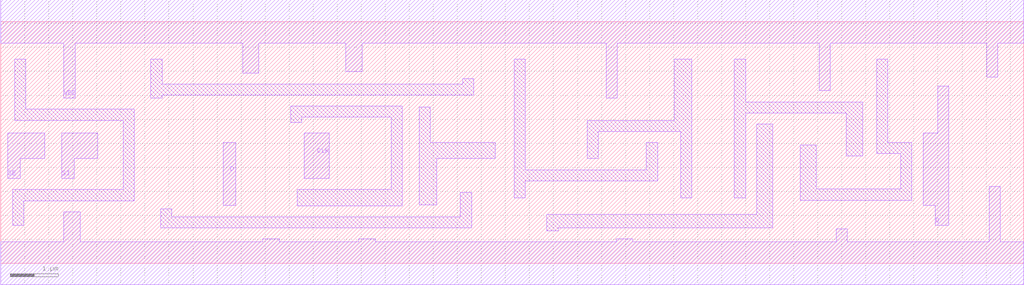
<source format=lef>
# Copyright 2022 GlobalFoundries PDK Authors
#
# Licensed under the Apache License, Version 2.0 (the "License");
# you may not use this file except in compliance with the License.
# You may obtain a copy of the License at
#
#      http://www.apache.org/licenses/LICENSE-2.0
#
# Unless required by applicable law or agreed to in writing, software
# distributed under the License is distributed on an "AS IS" BASIS,
# WITHOUT WARRANTIES OR CONDITIONS OF ANY KIND, either express or implied.
# See the License for the specific language governing permissions and
# limitations under the License.

MACRO gf180mcu_fd_sc_mcu9t5v0__sdffq_1
  CLASS core ;
  FOREIGN gf180mcu_fd_sc_mcu9t5v0__sdffq_1 0.0 0.0 ;
  ORIGIN 0 0 ;
  SYMMETRY X Y ;
  SITE GF018hv5v_green_sc9 ;
  SIZE 21.28 BY 5.04 ;
  PIN D
    DIRECTION INPUT ;
    ANTENNAGATEAREA 0.848 ;
    PORT
      LAYER Metal1 ;
        POLYGON 4.63 1.21 4.89 1.21 4.89 2.52 4.63 2.52  ;
    END
  END D
  PIN SE
    DIRECTION INPUT ;
    ANTENNAGATEAREA 1.696 ;
    PORT
      LAYER Metal1 ;
        POLYGON 0.15 1.77 0.41 1.77 0.41 2.18 0.915 2.18 0.915 2.71 0.15 2.71  ;
    END
  END SE
  PIN SI
    DIRECTION INPUT ;
    ANTENNAGATEAREA 0.848 ;
    PORT
      LAYER Metal1 ;
        POLYGON 1.27 1.77 1.53 1.77 1.53 2.18 2.02 2.18 2.02 2.71 1.27 2.71  ;
    END
  END SI
  PIN CLK
    DIRECTION INPUT ;
    USE clock ;
    ANTENNAGATEAREA 1.164 ;
    PORT
      LAYER Metal1 ;
        POLYGON 6.31 1.77 6.835 1.77 6.835 2.71 6.31 2.71  ;
    END
  END CLK
  PIN Q
    DIRECTION OUTPUT ;
    ANTENNADIFFAREA 1.386 ;
    PORT
      LAYER Metal1 ;
        POLYGON 19.19 1.21 19.445 1.21 19.445 0.79 19.725 0.79 19.725 3.69 19.495 3.69 19.495 2.71 19.19 2.71  ;
    END
  END Q
  PIN VDD
    DIRECTION INOUT ;
    USE power ;
    SHAPE ABUTMENT ;
    PORT
      LAYER Metal1 ;
        POLYGON 0 4.59 1.315 4.59 1.315 3.44 1.545 3.44 1.545 4.59 2.775 4.59 5.03 4.59 5.03 3.965 5.37 3.965 5.37 4.59 7.18 4.59 7.18 3.995 7.52 3.995 7.52 4.59 9.845 4.59 10.285 4.59 12.595 4.59 12.595 3.44 12.825 3.44 12.825 4.59 14.375 4.59 17.025 4.59 17.025 3.595 17.255 3.595 17.255 4.59 17.93 4.59 18.955 4.59 20.515 4.59 20.515 3.88 20.745 3.88 20.745 4.59 21.28 4.59 21.28 5.49 18.955 5.49 17.93 5.49 14.375 5.49 10.285 5.49 9.845 5.49 2.775 5.49 0 5.49  ;
    END
  END VDD
  PIN VSS
    DIRECTION INOUT ;
    USE ground ;
    SHAPE ABUTMENT ;
    PORT
      LAYER Metal1 ;
        POLYGON 0 -0.45 21.28 -0.45 21.28 0.45 20.795 0.45 20.795 1.6 20.565 1.6 20.565 0.45 17.615 0.45 17.615 0.72 17.385 0.72 17.385 0.45 13.15 0.45 13.15 0.505 12.81 0.505 12.81 0.45 7.79 0.45 7.79 0.51 7.45 0.51 7.45 0.45 5.79 0.45 5.79 0.51 5.45 0.51 5.45 0.45 1.65 0.45 1.65 1.075 1.31 1.075 1.31 0.45 0 0.45  ;
    END
  END VSS
  OBS
      LAYER Metal1 ;
        POLYGON 0.295 2.98 2.545 2.98 2.545 1.535 0.245 1.535 0.245 0.79 0.475 0.79 0.475 1.305 2.775 1.305 2.775 3.21 0.525 3.21 0.525 4.25 0.295 4.25  ;
        POLYGON 6.03 2.935 6.26 2.935 6.26 3.045 8.125 3.045 8.125 1.54 6.165 1.54 6.165 1.2 8.355 1.2 8.355 3.275 6.03 3.275  ;
        POLYGON 3.325 0.74 9.795 0.74 9.795 1.48 9.565 1.48 9.565 0.97 3.555 0.97 3.555 1.13 3.325 1.13  ;
        POLYGON 3.125 3.44 3.355 3.44 3.355 3.505 9.845 3.505 9.845 3.845 9.615 3.845 9.615 3.735 3.355 3.735 3.355 4.25 3.125 4.25  ;
        POLYGON 8.705 1.22 9.075 1.22 9.075 2.18 10.285 2.18 10.285 2.52 8.935 2.52 8.935 3.26 8.705 3.26  ;
        POLYGON 10.685 1.36 10.915 1.36 10.915 1.72 13.665 1.72 13.665 2.52 13.435 2.52 13.435 1.95 10.915 1.95 10.915 4.25 10.685 4.25  ;
        POLYGON 12.205 2.18 12.435 2.18 12.435 2.75 14.145 2.75 14.145 1.36 14.375 1.36 14.375 4.25 14.015 4.25 14.015 2.98 12.205 2.98  ;
        POLYGON 11.365 0.68 11.595 0.68 11.595 0.735 16.065 0.735 16.065 2.905 15.725 2.905 15.725 1.02 11.365 1.02  ;
        POLYGON 15.265 1.36 15.495 1.36 15.495 3.135 17.59 3.135 17.59 2.235 17.93 2.235 17.93 3.365 15.495 3.365 15.495 4.25 15.265 4.25  ;
        POLYGON 18.225 2.29 18.725 2.29 18.725 1.545 16.97 1.545 16.97 2.465 16.63 2.465 16.63 1.315 18.955 1.315 18.955 2.52 18.455 2.52 18.455 4.25 18.225 4.25  ;
  END
END gf180mcu_fd_sc_mcu9t5v0__sdffq_1

</source>
